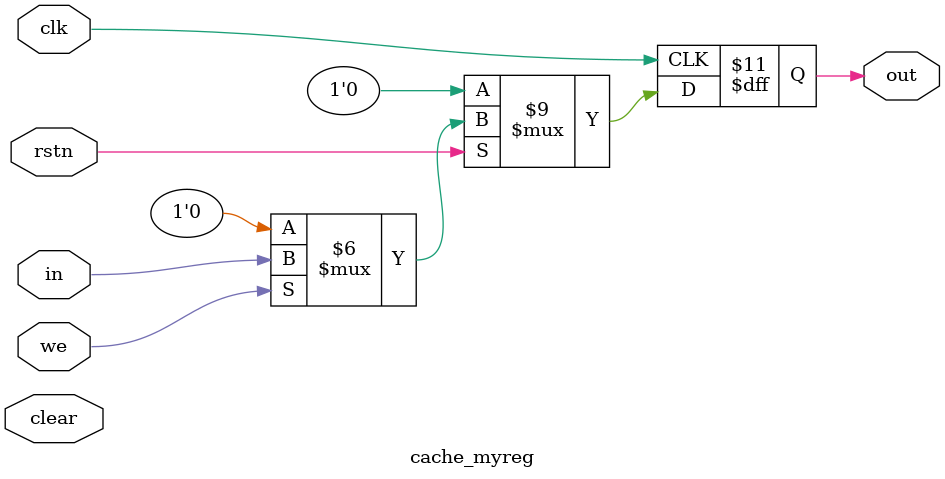
<source format=v>
module cache_myreg #(
    parameter width = 1
)(
    input clk,rstn,
    input [width-1 : 0]in,
    output reg [width-1 : 0]out,
    input we,
    input clear
);
always @(posedge clk) begin
    if(!rstn)out <= {(width){1'b0}};
    else if(we)out <= in;
    else if(clear)out <= {(width){1'b0}};
    else out <= 0;
end
endmodule
</source>
